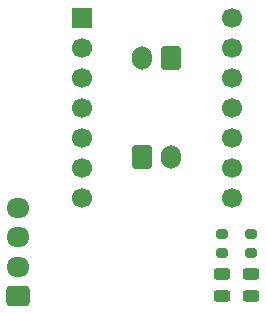
<source format=gbr>
%TF.GenerationSoftware,KiCad,Pcbnew,8.0.1*%
%TF.CreationDate,2024-07-18T22:05:32+09:00*%
%TF.ProjectId,Dribbler-20240708,44726962-626c-4657-922d-323032343037,rev?*%
%TF.SameCoordinates,Original*%
%TF.FileFunction,Soldermask,Top*%
%TF.FilePolarity,Negative*%
%FSLAX46Y46*%
G04 Gerber Fmt 4.6, Leading zero omitted, Abs format (unit mm)*
G04 Created by KiCad (PCBNEW 8.0.1) date 2024-07-18 22:05:32*
%MOMM*%
%LPD*%
G01*
G04 APERTURE LIST*
G04 Aperture macros list*
%AMRoundRect*
0 Rectangle with rounded corners*
0 $1 Rounding radius*
0 $2 $3 $4 $5 $6 $7 $8 $9 X,Y pos of 4 corners*
0 Add a 4 corners polygon primitive as box body*
4,1,4,$2,$3,$4,$5,$6,$7,$8,$9,$2,$3,0*
0 Add four circle primitives for the rounded corners*
1,1,$1+$1,$2,$3*
1,1,$1+$1,$4,$5*
1,1,$1+$1,$6,$7*
1,1,$1+$1,$8,$9*
0 Add four rect primitives between the rounded corners*
20,1,$1+$1,$2,$3,$4,$5,0*
20,1,$1+$1,$4,$5,$6,$7,0*
20,1,$1+$1,$6,$7,$8,$9,0*
20,1,$1+$1,$8,$9,$2,$3,0*%
G04 Aperture macros list end*
%ADD10RoundRect,0.250000X-0.600000X-0.750000X0.600000X-0.750000X0.600000X0.750000X-0.600000X0.750000X0*%
%ADD11O,1.700000X2.000000*%
%ADD12R,1.700000X1.700000*%
%ADD13C,1.700000*%
%ADD14RoundRect,0.200000X0.275000X-0.200000X0.275000X0.200000X-0.275000X0.200000X-0.275000X-0.200000X0*%
%ADD15RoundRect,0.250000X0.725000X-0.600000X0.725000X0.600000X-0.725000X0.600000X-0.725000X-0.600000X0*%
%ADD16O,1.950000X1.700000*%
%ADD17RoundRect,0.243750X0.456250X-0.243750X0.456250X0.243750X-0.456250X0.243750X-0.456250X-0.243750X0*%
%ADD18RoundRect,0.250000X0.600000X0.750000X-0.600000X0.750000X-0.600000X-0.750000X0.600000X-0.750000X0*%
G04 APERTURE END LIST*
D10*
%TO.C,VIN*%
X113750000Y-103150000D03*
D11*
X116250000Y-103150000D03*
%TD*%
D12*
%TO.C,U1*%
X108650000Y-91380000D03*
D13*
X108650000Y-93920000D03*
X108650000Y-96460000D03*
X108650000Y-99000000D03*
X108650000Y-101540000D03*
X108650000Y-104080000D03*
X108650000Y-106620000D03*
X121350000Y-106620000D03*
X121350000Y-104080000D03*
X121350000Y-101540000D03*
X121350000Y-99000000D03*
X121350000Y-96460000D03*
X121350000Y-93920000D03*
X121350000Y-91380000D03*
%TD*%
D14*
%TO.C,R2*%
X123000000Y-111325000D03*
X123000000Y-109675000D03*
%TD*%
D15*
%TO.C,SIG/LOGIC*%
X103250000Y-115000000D03*
D16*
X103250000Y-112500000D03*
X103250000Y-110000000D03*
X103250000Y-107500000D03*
%TD*%
D17*
%TO.C,LGC*%
X120500000Y-114937500D03*
X120500000Y-113062500D03*
%TD*%
D18*
%TO.C,J3*%
X116250000Y-94850000D03*
D11*
X113750000Y-94850000D03*
%TD*%
D14*
%TO.C,R1*%
X120500000Y-111325000D03*
X120500000Y-109675000D03*
%TD*%
D17*
%TO.C,PWR*%
X123000000Y-114937500D03*
X123000000Y-113062500D03*
%TD*%
M02*

</source>
